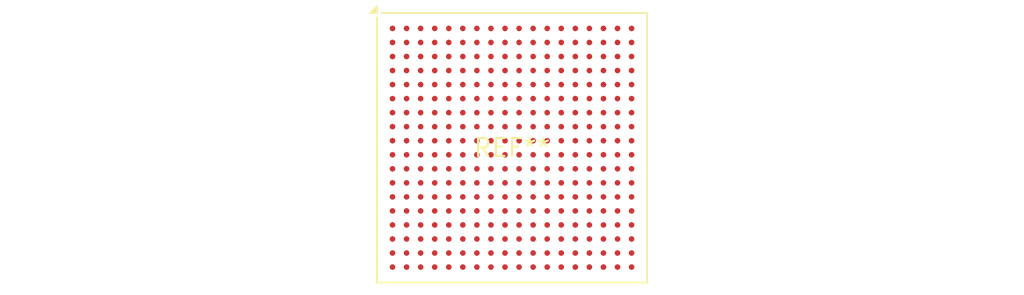
<source format=kicad_pcb>
(kicad_pcb (version 20240108) (generator pcbnew)
  (layers (0 "F.Cu" signal) (31 "B.Cu" signal) (34 "B.Paste" user) (35 "F.Paste" user) (36 "B.SilkS" user "B.Silkscreen") (37 "F.SilkS" user "F.Silkscreen") (38 "B.Mask" user) (39 "F.Mask" user) (44 "Edge.Cuts" user))
  (net 0 "")
  (footprint "BGA-324_19.0x19.0mm_Layout18x18_P1.0mm_Ball0.5mm_Pad0.4mm_NSMD" (layer "F.Cu") (at 0 0)
    (property "Reference" "REF**")
    (property "Value" "BGA-324_19.0x19.0mm_Layout18x18_P1.0mm_Ball0.5mm_Pad0.4mm_NSMD")
    (fp_line (start -9.6 -9.28) (end -9.6 9.6) (layer "F.SilkS") (stroke (width 0.12)))
    (fp_line (start -9.6 9.6) (end 9.6 9.6) (layer "F.SilkS") (stroke (width 0.12)))
    (fp_line (start -9.28 -9.6) (end 9.6 -9.6) (layer "F.SilkS") (stroke (width 0.12)))
    (fp_line (start 9.6 9.6) (end 9.6 -9.6) (layer "F.SilkS") (stroke (width 0.12)))
    (fp_poly (pts (xy -9.6 -9.6) (xy -10.1 -9.6) (xy -9.6 -10.1) (xy -9.6 -9.6)) (layer "F.SilkS") (stroke (width 0.12)) (fill solid))
    (pad "A1" smd circle (at -8.5 -8.5) (size 0.4 0.4) (property pad_prop_bga) (layers "F.Cu" "F.Paste" "F.Mask"))
    (pad "A2" smd circle (at -7.5 -8.5) (size 0.4 0.4) (property pad_prop_bga) (layers "F.Cu" "F.Paste" "F.Mask"))
    (pad "A3" smd circle (at -6.5 -8.5) (size 0.4 0.4) (property pad_prop_bga) (layers "F.Cu" "F.Paste" "F.Mask"))
    (pad "A4" smd circle (at -5.5 -8.5) (size 0.4 0.4) (property pad_prop_bga) (layers "F.Cu" "F.Paste" "F.Mask"))
    (pad "A5" smd circle (at -4.5 -8.5) (size 0.4 0.4) (property pad_prop_bga) (layers "F.Cu" "F.Paste" "F.Mask"))
    (pad "A6" smd circle (at -3.5 -8.5) (size 0.4 0.4) (property pad_prop_bga) (layers "F.Cu" "F.Paste" "F.Mask"))
    (pad "A7" smd circle (at -2.5 -8.5) (size 0.4 0.4) (property pad_prop_bga) (layers "F.Cu" "F.Paste" "F.Mask"))
    (pad "A8" smd circle (at -1.5 -8.5) (size 0.4 0.4) (property pad_prop_bga) (layers "F.Cu" "F.Paste" "F.Mask"))
    (pad "A9" smd circle (at -0.5 -8.5) (size 0.4 0.4) (property pad_prop_bga) (layers "F.Cu" "F.Paste" "F.Mask"))
    (pad "A10" smd circle (at 0.5 -8.5) (size 0.4 0.4) (property pad_prop_bga) (layers "F.Cu" "F.Paste" "F.Mask"))
    (pad "A11" smd circle (at 1.5 -8.5) (size 0.4 0.4) (property pad_prop_bga) (layers "F.Cu" "F.Paste" "F.Mask"))
    (pad "A12" smd circle (at 2.5 -8.5) (size 0.4 0.4) (property pad_prop_bga) (layers "F.Cu" "F.Paste" "F.Mask"))
    (pad "A13" smd circle (at 3.5 -8.5) (size 0.4 0.4) (property pad_prop_bga) (layers "F.Cu" "F.Paste" "F.Mask"))
    (pad "A14" smd circle (at 4.5 -8.5) (size 0.4 0.4) (property pad_prop_bga) (layers "F.Cu" "F.Paste" "F.Mask"))
    (pad "A15" smd circle (at 5.5 -8.5) (size 0.4 0.4) (property pad_prop_bga) (layers "F.Cu" "F.Paste" "F.Mask"))
    (pad "A16" smd circle (at 6.5 -8.5) (size 0.4 0.4) (property pad_prop_bga) (layers "F.Cu" "F.Paste" "F.Mask"))
    (pad "A17" smd circle (at 7.5 -8.5) (size 0.4 0.4) (property pad_prop_bga) (layers "F.Cu" "F.Paste" "F.Mask"))
    (pad "A18" smd circle (at 8.5 -8.5) (size 0.4 0.4) (property pad_prop_bga) (layers "F.Cu" "F.Paste" "F.Mask"))
    (pad "B1" smd circle (at -8.5 -7.5) (size 0.4 0.4) (property pad_prop_bga) (layers "F.Cu" "F.Paste" "F.Mask"))
    (pad "B2" smd circle (at -7.5 -7.5) (size 0.4 0.4) (property pad_prop_bga) (layers "F.Cu" "F.Paste" "F.Mask"))
    (pad "B3" smd circle (at -6.5 -7.5) (size 0.4 0.4) (property pad_prop_bga) (layers "F.Cu" "F.Paste" "F.Mask"))
    (pad "B4" smd circle (at -5.5 -7.5) (size 0.4 0.4) (property pad_prop_bga) (layers "F.Cu" "F.Paste" "F.Mask"))
    (pad "B5" smd circle (at -4.5 -7.5) (size 0.4 0.4) (property pad_prop_bga) (layers "F.Cu" "F.Paste" "F.Mask"))
    (pad "B6" smd circle (at -3.5 -7.5) (size 0.4 0.4) (property pad_prop_bga) (layers "F.Cu" "F.Paste" "F.Mask"))
    (pad "B7" smd circle (at -2.5 -7.5) (size 0.4 0.4) (property pad_prop_bga) (layers "F.Cu" "F.Paste" "F.Mask"))
    (pad "B8" smd circle (at -1.5 -7.5) (size 0.4 0.4) (property pad_prop_bga) (layers "F.Cu" "F.Paste" "F.Mask"))
    (pad "B9" smd circle (at -0.5 -7.5) (size 0.4 0.4) (property pad_prop_bga) (layers "F.Cu" "F.Paste" "F.Mask"))
    (pad "B10" smd circle (at 0.5 -7.5) (size 0.4 0.4) (property pad_prop_bga) (layers "F.Cu" "F.Paste" "F.Mask"))
    (pad "B11" smd circle (at 1.5 -7.5) (size 0.4 0.4) (property pad_prop_bga) (layers "F.Cu" "F.Paste" "F.Mask"))
    (pad "B12" smd circle (at 2.5 -7.5) (size 0.4 0.4) (property pad_prop_bga) (layers "F.Cu" "F.Paste" "F.Mask"))
    (pad "B13" smd circle (at 3.5 -7.5) (size 0.4 0.4) (property pad_prop_bga) (layers "F.Cu" "F.Paste" "F.Mask"))
    (pad "B14" smd circle (at 4.5 -7.5) (size 0.4 0.4) (property pad_prop_bga) (layers "F.Cu" "F.Paste" "F.Mask"))
    (pad "B15" smd circle (at 5.5 -7.5) (size 0.4 0.4) (property pad_prop_bga) (layers "F.Cu" "F.Paste" "F.Mask"))
    (pad "B16" smd circle (at 6.5 -7.5) (size 0.4 0.4) (property pad_prop_bga) (layers "F.Cu" "F.Paste" "F.Mask"))
    (pad "B17" smd circle (at 7.5 -7.5) (size 0.4 0.4) (property pad_prop_bga) (layers "F.Cu" "F.Paste" "F.Mask"))
    (pad "B18" smd circle (at 8.5 -7.5) (size 0.4 0.4) (property pad_prop_bga) (layers "F.Cu" "F.Paste" "F.Mask"))
    (pad "C1" smd circle (at -8.5 -6.5) (size 0.4 0.4) (property pad_prop_bga) (layers "F.Cu" "F.Paste" "F.Mask"))
    (pad "C2" smd circle (at -7.5 -6.5) (size 0.4 0.4) (property pad_prop_bga) (layers "F.Cu" "F.Paste" "F.Mask"))
    (pad "C3" smd circle (at -6.5 -6.5) (size 0.4 0.4) (property pad_prop_bga) (layers "F.Cu" "F.Paste" "F.Mask"))
    (pad "C4" smd circle (at -5.5 -6.5) (size 0.4 0.4) (property pad_prop_bga) (layers "F.Cu" "F.Paste" "F.Mask"))
    (pad "C5" smd circle (at -4.5 -6.5) (size 0.4 0.4) (property pad_prop_bga) (layers "F.Cu" "F.Paste" "F.Mask"))
    (pad "C6" smd circle (at -3.5 -6.5) (size 0.4 0.4) (property pad_prop_bga) (layers "F.Cu" "F.Paste" "F.Mask"))
    (pad "C7" smd circle (at -2.5 -6.5) (size 0.4 0.4) (property pad_prop_bga) (layers "F.Cu" "F.Paste" "F.Mask"))
    (pad "C8" smd circle (at -1.5 -6.5) (size 0.4 0.4) (property pad_prop_bga) (layers "F.Cu" "F.Paste" "F.Mask"))
    (pad "C9" smd circle (at -0.5 -6.5) (size 0.4 0.4) (property pad_prop_bga) (layers "F.Cu" "F.Paste" "F.Mask"))
    (pad "C10" smd circle (at 0.5 -6.5) (size 0.4 0.4) (property pad_prop_bga) (layers "F.Cu" "F.Paste" "F.Mask"))
    (pad "C11" smd circle (at 1.5 -6.5) (size 0.4 0.4) (property pad_prop_bga) (layers "F.Cu" "F.Paste" "F.Mask"))
    (pad "C12" smd circle (at 2.5 -6.5) (size 0.4 0.4) (property pad_prop_bga) (layers "F.Cu" "F.Paste" "F.Mask"))
    (pad "C13" smd circle (at 3.5 -6.5) (size 0.4 0.4) (property pad_prop_bga) (layers "F.Cu" "F.Paste" "F.Mask"))
    (pad "C14" smd circle (at 4.5 -6.5) (size 0.4 0.4) (property pad_prop_bga) (layers "F.Cu" "F.Paste" "F.Mask"))
    (pad "C15" smd circle (at 5.5 -6.5) (size 0.4 0.4) (property pad_prop_bga) (layers "F.Cu" "F.Paste" "F.Mask"))
    (pad "C16" smd circle (at 6.5 -6.5) (size 0.4 0.4) (property pad_prop_bga) (layers "F.Cu" "F.Paste" "F.Mask"))
    (pad "C17" smd circle (at 7.5 -6.5) (size 0.4 0.4) (property pad_prop_bga) (layers "F.Cu" "F.Paste" "F.Mask"))
    (pad "C18" smd circle (at 8.5 -6.5) (size 0.4 0.4) (property pad_prop_bga) (layers "F.Cu" "F.Paste" "F.Mask"))
    (pad "D1" smd circle (at -8.5 -5.5) (size 0.4 0.4) (property pad_prop_bga) (layers "F.Cu" "F.Paste" "F.Mask"))
    (pad "D2" smd circle (at -7.5 -5.5) (size 0.4 0.4) (property pad_prop_bga) (layers "F.Cu" "F.Paste" "F.Mask"))
    (pad "D3" smd circle (at -6.5 -5.5) (size 0.4 0.4) (property pad_prop_bga) (layers "F.Cu" "F.Paste" "F.Mask"))
    (pad "D4" smd circle (at -5.5 -5.5) (size 0.4 0.4) (property pad_prop_bga) (layers "F.Cu" "F.Paste" "F.Mask"))
    (pad "D5" smd circle (at -4.5 -5.5) (size 0.4 0.4) (property pad_prop_bga) (layers "F.Cu" "F.Paste" "F.Mask"))
    (pad "D6" smd circle (at -3.5 -5.5) (size 0.4 0.4) (property pad_prop_bga) (layers "F.Cu" "F.Paste" "F.Mask"))
    (pad "D7" smd circle (at -2.5 -5.5) (size 0.4 0.4) (property pad_prop_bga) (layers "F.Cu" "F.Paste" "F.Mask"))
    (pad "D8" smd circle (at -1.5 -5.5) (size 0.4 0.4) (property pad_prop_bga) (layers "F.Cu" "F.Paste" "F.Mask"))
    (pad "D9" smd circle (at -0.5 -5.5) (size 0.4 0.4) (property pad_prop_bga) (layers "F.Cu" "F.Paste" "F.Mask"))
    (pad "D10" smd circle (at 0.5 -5.5) (size 0.4 0.4) (property pad_prop_bga) (layers "F.Cu" "F.Paste" "F.Mask"))
    (pad "D11" smd circle (at 1.5 -5.5) (size 0.4 0.4) (property pad_prop_bga) (layers "F.Cu" "F.Paste" "F.Mask"))
    (pad "D12" smd circle (at 2.5 -5.5) (size 0.4 0.4) (property pad_prop_bga) (layers "F.Cu" "F.Paste" "F.Mask"))
    (pad "D13" smd circle (at 3.5 -5.5) (size 0.4 0.4) (property pad_prop_bga) (layers "F.Cu" "F.Paste" "F.Mask"))
    (pad "D14" smd circle (at 4.5 -5.5) (size 0.4 0.4) (property pad_prop_bga) (layers "F.Cu" "F.Paste" "F.Mask"))
    (pad "D15" smd circle (at 5.5 -5.5) (size 0.4 0.4) (property pad_prop_bga) (layers "F.Cu" "F.Paste" "F.Mask"))
    (pad "D16" smd circle (at 6.5 -5.5) (size 0.4 0.4) (property pad_prop_bga) (layers "F.Cu" "F.Paste" "F.Mask"))
    (pad "D17" smd circle (at 7.5 -5.5) (size 0.4 0.4) (property pad_prop_bga) (layers "F.Cu" "F.Paste" "F.Mask"))
    (pad "D18" smd circle (at 8.5 -5.5) (size 0.4 0.4) (property pad_prop_bga) (layers "F.Cu" "F.Paste" "F.Mask"))
    (pad "E1" smd circle (at -8.5 -4.5) (size 0.4 0.4) (property pad_prop_bga) (layers "F.Cu" "F.Paste" "F.Mask"))
    (pad "E2" smd circle (at -7.5 -4.5) (size 0.4 0.4) (property pad_prop_bga) (layers "F.Cu" "F.Paste" "F.Mask"))
    (pad "E3" smd circle (at -6.5 -4.5) (size 0.4 0.4) (property pad_prop_bga) (layers "F.Cu" "F.Paste" "F.Mask"))
    (pad "E4" smd circle (at -5.5 -4.5) (size 0.4 0.4) (property pad_prop_bga) (layers "F.Cu" "F.Paste" "F.Mask"))
    (pad "E5" smd circle (at -4.5 -4.5) (size 0.4 0.4) (property pad_prop_bga) (layers "F.Cu" "F.Paste" "F.Mask"))
    (pad "E6" smd circle (at -3.5 -4.5) (size 0.4 0.4) (property pad_prop_bga) (layers "F.Cu" "F.Paste" "F.Mask"))
    (pad "E7" smd circle (at -2.5 -4.5) (size 0.4 0.4) (property pad_prop_bga) (layers "F.Cu" "F.Paste" "F.Mask"))
    (pad "E8" smd circle (at -1.5 -4.5) (size 0.4 0.4) (property pad_prop_bga) (layers "F.Cu" "F.Paste" "F.Mask"))
    (pad "E9" smd circle (at -0.5 -4.5) (size 0.4 0.4) (property pad_prop_bga) (layers "F.Cu" "F.Paste" "F.Mask"))
    (pad "E10" smd circle (at 0.5 -4.5) (size 0.4 0.4) (property pad_prop_bga) (layers "F.Cu" "F.Paste" "F.Mask"))
    (pad "E11" smd circle (at 1.5 -4.5) (size 0.4 0.4) (property pad_prop_bga) (layers "F.Cu" "F.Paste" "F.Mask"))
    (pad "E12" smd circle (at 2.5 -4.5) (size 0.4 0.4) (property pad_prop_bga) (layers "F.Cu" "F.Paste" "F.Mask"))
    (pad "E13" smd circle (at 3.5 -4.5) (size 0.4 0.4) (property pad_prop_bga) (layers "F.Cu" "F.Paste" "F.Mask"))
    (pad "E14" smd circle (at 4.5 -4.5) (size 0.4 0.4) (property pad_prop_bga) (layers "F.Cu" "F.Paste" "F.Mask"))
    (pad "E15" smd circle (at 5.5 -4.5) (size 0.4 0.4) (property pad_prop_bga) (layers "F.Cu" "F.Paste" "F.Mask"))
    (pad "E16" smd circle (at 6.5 -4.5) (size 0.4 0.4) (property pad_prop_bga) (layers "F.Cu" "F.Paste" "F.Mask"))
    (pad "E17" smd circle (at 7.5 -4.5) (size 0.4 0.4) (property pad_prop_bga) (layers "F.Cu" "F.Paste" "F.Mask"))
    (pad "E18" smd circle (at 8.5 -4.5) (size 0.4 0.4) (property pad_prop_bga) (layers "F.Cu" "F.Paste" "F.Mask"))
    (pad "F1" smd circle (at -8.5 -3.5) (size 0.4 0.4) (property pad_prop_bga) (layers "F.Cu" "F.Paste" "F.Mask"))
    (pad "F2" smd circle (at -7.5 -3.5) (size 0.4 0.4) (property pad_prop_bga) (layers "F.Cu" "F.Paste" "F.Mask"))
    (pad "F3" smd circle (at -6.5 -3.5) (size 0.4 0.4) (property pad_prop_bga) (layers "F.Cu" "F.Paste" "F.Mask"))
    (pad "F4" smd circle (at -5.5 -3.5) (size 0.4 0.4) (property pad_prop_bga) (layers "F.Cu" "F.Paste" "F.Mask"))
    (pad "F5" smd circle (at -4.5 -3.5) (size 0.4 0.4) (property pad_prop_bga) (layers "F.Cu" "F.Paste" "F.Mask"))
    (pad "F6" smd circle (at -3.5 -3.5) (size 0.4 0.4) (property pad_prop_bga) (layers "F.Cu" "F.Paste" "F.Mask"))
    (pad "F7" smd circle (at -2.5 -3.5) (size 0.4 0.4) (property pad_prop_bga) (layers "F.Cu" "F.Paste" "F.Mask"))
    (pad "F8" smd circle (at -1.5 -3.5) (size 0.4 0.4) (property pad_prop_bga) (layers "F.Cu" "F.Paste" "F.Mask"))
    (pad "F9" smd circle (at -0.5 -3.5) (size 0.4 0.4) (property pad_prop_bga) (layers "F.Cu" "F.Paste" "F.Mask"))
    (pad "F10" smd circle (at 0.5 -3.5) (size 0.4 0.4) (property pad_prop_bga) (layers "F.Cu" "F.Paste" "F.Mask"))
    (pad "F11" smd circle (at 1.5 -3.5) (size 0.4 0.4) (property pad_prop_bga) (layers "F.Cu" "F.Paste" "F.Mask"))
    (pad "F12" smd circle (at 2.5 -3.5) (size 0.4 0.4) (property pad_prop_bga) (layers "F.Cu" "F.Paste" "F.Mask"))
    (pad "F13" smd circle (at 3.5 -3.5) (size 0.4 0.4) (property pad_prop_bga) (layers "F.Cu" "F.Paste" "F.Mask"))
    (pad "F14" smd circle (at 4.5 -3.5) (size 0.4 0.4) (property pad_prop_bga) (layers "F.Cu" "F.Paste" "F.Mask"))
    (pad "F15" smd circle (at 5.5 -3.5) (size 0.4 0.4) (property pad_prop_bga) (layers "F.Cu" "F.Paste" "F.Mask"))
    (pad "F16" smd circle (at 6.5 -3.5) (size 0.4 0.4) (property pad_prop_bga) (layers "F.Cu" "F.Paste" "F.Mask"))
    (pad "F17" smd circle (at 7.5 -3.5) (size 0.4 0.4) (property pad_prop_bga) (layers "F.Cu" "F.Paste" "F.Mask"))
    (pad "F18" smd circle (at 8.5 -3.5) (size 0.4 0.4) (property pad_prop_bga) (layers "F.Cu" "F.Paste" "F.Mask"))
    (pad "G1" smd circle (at -8.5 -2.5) (size 0.4 0.4) (property pad_prop_bga) (layers "F.Cu" "F.Paste" "F.Mask"))
    (pad "G2" smd circle (at -7.5 -2.5) (size 0.4 0.4) (property pad_prop_bga) (layers "F.Cu" "F.Paste" "F.Mask"))
    (pad "G3" smd circle (at -6.5 -2.5) (size 0.4 0.4) (property pad_prop_bga) (layers "F.Cu" "F.Paste" "F.Mask"))
    (pad "G4" smd circle (at -5.5 -2.5) (size 0.4 0.4) (property pad_prop_bga) (layers "F.Cu" "F.Paste" "F.Mask"))
    (pad "G5" smd circle (at -4.5 -2.5) (size 0.4 0.4) (property pad_prop_bga) (layers "F.Cu" "F.Paste" "F.Mask"))
    (pad "G6" smd circle (at -3.5 -2.5) (size 0.4 0.4) (property pad_prop_bga) (layers "F.Cu" "F.Paste" "F.Mask"))
    (pad "G7" smd circle (at -2.5 -2.5) (size 0.4 0.4) (property pad_prop_bga) (layers "F.Cu" "F.Paste" "F.Mask"))
    (pad "G8" smd circle (at -1.5 -2.5) (size 0.4 0.4) (property pad_prop_bga) (layers "F.Cu" "F.Paste" "F.Mask"))
    (pad "G9" smd circle (at -0.5 -2.5) (size 0.4 0.4) (property pad_prop_bga) (layers "F.Cu" "F.Paste" "F.Mask"))
    (pad "G10" smd circle (at 0.5 -2.5) (size 0.4 0.4) (property pad_prop_bga) (layers "F.Cu" "F.Paste" "F.Mask"))
    (pad "G11" smd circle (at 1.5 -2.5) (size 0.4 0.4) (property pad_prop_bga) (layers "F.Cu" "F.Paste" "F.Mask"))
    (pad "G12" smd circle (at 2.5 -2.5) (size 0.4 0.4) (property pad_prop_bga) (layers "F.Cu" "F.Paste" "F.Mask"))
    (pad "G13" smd circle (at 3.5 -2.5) (size 0.4 0.4) (property pad_prop_bga) (layers "F.Cu" "F.Paste" "F.Mask"))
    (pad "G14" smd circle (at 4.5 -2.5) (size 0.4 0.4) (property pad_prop_bga) (layers "F.Cu" "F.Paste" "F.Mask"))
    (pad "G15" smd circle (at 5.5 -2.5) (size 0.4 0.4) (property pad_prop_bga) (layers "F.Cu" "F.Paste" "F.Mask"))
    (pad "G16" smd circle (at 6.5 -2.5) (size 0.4 0.4) (property pad_prop_bga) (layers "F.Cu" "F.Paste" "F.Mask"))
    (pad "G17" smd circle (at 7.5 -2.5) (size 0.4 0.4) (property pad_prop_bga) (layers "F.Cu" "F.Paste" "F.Mask"))
    (pad "G18" smd circle (at 8.5 -2.5) (size 0.4 0.4) (property pad_prop_bga) (layers "F.Cu" "F.Paste" "F.Mask"))
    (pad "H1" smd circle (at -8.5 -1.5) (size 0.4 0.4) (property pad_prop_bga) (layers "F.Cu" "F.Paste" "F.Mask"))
    (pad "H2" smd circle (at -7.5 -1.5) (size 0.4 0.4) (property pad_prop_bga) (layers "F.Cu" "F.Paste" "F.Mask"))
    (pad "H3" smd circle (at -6.5 -1.5) (size 0.4 0.4) (property pad_prop_bga) (layers "F.Cu" "F.Paste" "F.Mask"))
    (pad "H4" smd circle (at -5.5 -1.5) (size 0.4 0.4) (property pad_prop_bga) (layers "F.Cu" "F.Paste" "F.Mask"))
    (pad "H5" smd circle (at -4.5 -1.5) (size 0.4 0.4) (property pad_prop_bga) (layers "F.Cu" "F.Paste" "F.Mask"))
    (pad "H6" smd circle (at -3.5 -1.5) (size 0.4 0.4) (property pad_prop_bga) (layers "F.Cu" "F.Paste" "F.Mask"))
    (pad "H7" smd circle (at -2.5 -1.5) (size 0.4 0.4) (property pad_prop_bga) (layers "F.Cu" "F.Paste" "F.Mask"))
    (pad "H8" smd circle (at -1.5 -1.5) (size 0.4 0.4) (property pad_prop_bga) (layers "F.Cu" "F.Paste" "F.Mask"))
    (pad "H9" smd circle (at -0.5 -1.5) (size 0.4 0.4) (property pad_prop_bga) (layers "F.Cu" "F.Paste" "F.Mask"))
    (pad "H10" smd circle (at 0.5 -1.5) (size 0.4 0.4) (property pad_prop_bga) (layers "F.Cu" "F.Paste" "F.Mask"))
    (pad "H11" smd circle (at 1.5 -1.5) (size 0.4 0.4) (property pad_prop_bga) (layers "F.Cu" "F.Paste" "F.Mask"))
    (pad "H12" smd circle (at 2.5 -1.5) (size 0.4 0.4) (property pad_prop_bga) (layers "F.Cu" "F.Paste" "F.Mask"))
    (pad "H13" smd circle (at 3.5 -1.5) (size 0.4 0.4) (property pad_prop_bga) (layers "F.Cu" "F.Paste" "F.Mask"))
    (pad "H14" smd circle (at 4.5 -1.5) (size 0.4 0.4) (property pad_prop_bga) (layers "F.Cu" "F.Paste" "F.Mask"))
    (pad "H15" smd circle (at 5.5 -1.5) (size 0.4 0.4) (property pad_prop_bga) (layers "F.Cu" "F.Paste" "F.Mask"))
    (pad "H16" smd circle (at 6.5 -1.5) (size 0.4 0.4) (property pad_prop_bga) (layers "F.Cu" "F.Paste" "F.Mask"))
    (pad "H17" smd circle (at 7.5 -1.5) (size 0.4 0.4) (property pad_prop_bga) (layers "F.Cu" "F.Paste" "F.Mask"))
    (pad "H18" smd circle (at 8.5 -1.5) (size 0.4 0.4) (property pad_prop_bga) (layers "F.Cu" "F.Paste" "F.Mask"))
    (pad "J1" smd circle (at -8.5 -0.5) (size 0.4 0.4) (property pad_prop_bga) (layers "F.Cu" "F.Paste" "F.Mask"))
    (pad "J2" smd circle (at -7.5 -0.5) (size 0.4 0.4) (property pad_prop_bga) (layers "F.Cu" "F.Paste" "F.Mask"))
    (pad "J3" smd circle (at -6.5 -0.5) (size 0.4 0.4) (property pad_prop_bga) (layers "F.Cu" "F.Paste" "F.Mask"))
    (pad "J4" smd circle (at -5.5 -0.5) (size 0.4 0.4) (property pad_prop_bga) (layers "F.Cu" "F.Paste" "F.Mask"))
    (pad "J5" smd circle (at -4.5 -0.5) (size 0.4 0.4) (property pad_prop_bga) (layers "F.Cu" "F.Paste" "F.Mask"))
    (pad "J6" smd circle (at -3.5 -0.5) (size 0.4 0.4) (property pad_prop_bga) (layers "F.Cu" "F.Paste" "F.Mask"))
    (pad "J7" smd circle (at -2.5 -0.5) (size 0.4 0.4) (property pad_prop_bga) (layers "F.Cu" "F.Paste" "F.Mask"))
    (pad "J8" smd circle (at -1.5 -0.5) (size 0.4 0.4) (property pad_prop_bga) (layers "F.Cu" "F.Paste" "F.Mask"))
    (pad "J9" smd circle (at -0.5 -0.5) (size 0.4 0.4) (property pad_prop_bga) (layers "F.Cu" "F.Paste" "F.Mask"))
    (pad "J10" smd circle (at 0.5 -0.5) (size 0.4 0.4) (property pad_prop_bga) (layers "F.Cu" "F.Paste" "F.Mask"))
    (pad "J11" smd circle (at 1.5 -0.5) (size 0.4 0.4) (property pad_prop_bga) (layers "F.Cu" "F.Paste" "F.Mask"))
    (pad "J12" smd circle (at 2.5 -0.5) (size 0.4 0.4) (property pad_prop_bga) (layers "F.Cu" "F.Paste" "F.Mask"))
    (pad "J13" smd circle (at 3.5 -0.5) (size 0.4 0.4) (property pad_prop_bga) (layers "F.Cu" "F.Paste" "F.Mask"))
    (pad "J14" smd circle (at 4.5 -0.5) (size 0.4 0.4) (property pad_prop_bga) (layers "F.Cu" "F.Paste" "F.Mask"))
    (pad "J15" smd circle (at 5.5 -0.5) (size 0.4 0.4) (property pad_prop_bga) (layers "F.Cu" "F.Paste" "F.Mask"))
    (pad "J16" smd circle (at 6.5 -0.5) (size 0.4 0.4) (property pad_prop_bga) (layers "F.Cu" "F.Paste" "F.Mask"))
    (pad "J17" smd circle (at 7.5 -0.5) (size 0.4 0.4) (property pad_prop_bga) (layers "F.Cu" "F.Paste" "F.Mask"))
    (pad "J18" smd circle (at 8.5 -0.5) (size 0.4 0.4) (property pad_prop_bga) (layers "F.Cu" "F.Paste" "F.Mask"))
    (pad "K1" smd circle (at -8.5 0.5) (size 0.4 0.4) (property pad_prop_bga) (layers "F.Cu" "F.Paste" "F.Mask"))
    (pad "K2" smd circle (at -7.5 0.5) (size 0.4 0.4) (property pad_prop_bga) (layers "F.Cu" "F.Paste" "F.Mask"))
    (pad "K3" smd circle (at -6.5 0.5) (size 0.4 0.4) (property pad_prop_bga) (layers "F.Cu" "F.Paste" "F.Mask"))
    (pad "K4" smd circle (at -5.5 0.5) (size 0.4 0.4) (property pad_prop_bga) (layers "F.Cu" "F.Paste" "F.Mask"))
    (pad "K5" smd circle (at -4.5 0.5) (size 0.4 0.4) (property pad_prop_bga) (layers "F.Cu" "F.Paste" "F.Mask"))
    (pad "K6" smd circle (at -3.5 0.5) (size 0.4 0.4) (property pad_prop_bga) (layers "F.Cu" "F.Paste" "F.Mask"))
    (pad "K7" smd circle (at -2.5 0.5) (size 0.4 0.4) (property pad_prop_bga) (layers "F.Cu" "F.Paste" "F.Mask"))
    (pad "K8" smd circle (at -1.5 0.5) (size 0.4 0.4) (property pad_prop_bga) (layers "F.Cu" "F.Paste" "F.Mask"))
    (pad "K9" smd circle (at -0.5 0.5) (size 0.4 0.4) (property pad_prop_bga) (layers "F.Cu" "F.Paste" "F.Mask"))
    (pad "K10" smd circle (at 0.5 0.5) (size 0.4 0.4) (property pad_prop_bga) (layers "F.Cu" "F.Paste" "F.Mask"))
    (pad "K11" smd circle (at 1.5 0.5) (size 0.4 0.4) (property pad_prop_bga) (layers "F.Cu" "F.Paste" "F.Mask"))
    (pad "K12" smd circle (at 2.5 0.5) (size 0.4 0.4) (property pad_prop_bga) (layers "F.Cu" "F.Paste" "F.Mask"))
    (pad "K13" smd circle (at 3.5 0.5) (size 0.4 0.4) (property pad_prop_bga) (layers "F.Cu" "F.Paste" "F.Mask"))
    (pad "K14" smd circle (at 4.5 0.5) (size 0.4 0.4) (property pad_prop_bga) (layers "F.Cu" "F.Paste" "F.Mask"))
    (pad "K15" smd circle (at 5.5 0.5) (size 0.4 0.4) (property pad_prop_bga) (layers "F.Cu" "F.Paste" "F.Mask"))
    (pad "K16" smd circle (at 6.5 0.5) (size 0.4 0.4) (property pad_prop_bga) (layers "F.Cu" "F.Paste" "F.Mask"))
    (pad "K17" smd circle (at 7.5 0.5) (size 0.4 0.4) (property pad_prop_bga) (layers "F.Cu" "F.Paste" "F.Mask"))
    (pad "K18" smd circle (at 8.5 0.5) (size 0.4 0.4) (property pad_prop_bga) (layers "F.Cu" "F.Paste" "F.Mask"))
    (pad "L1" smd circle (at -8.5 1.5) (size 0.4 0.4) (property pad_prop_bga) (layers "F.Cu" "F.Paste" "F.Mask"))
    (pad "L2" smd circle (at -7.5 1.5) (size 0.4 0.4) (property pad_prop_bga) (layers "F.Cu" "F.Paste" "F.Mask"))
    (pad "L3" smd circle (at -6.5 1.5) (size 0.4 0.4) (property pad_prop_bga) (layers "F.Cu" "F.Paste" "F.Mask"))
    (pad "L4" smd circle (at -5.5 1.5) (size 0.4 0.4) (property pad_prop_bga) (layers "F.Cu" "F.Paste" "F.Mask"))
    (pad "L5" smd circle (at -4.5 1.5) (size 0.4 0.4) (property pad_prop_bga) (layers "F.Cu" "F.Paste" "F.Mask"))
    (pad "L6" smd circle (at -3.5 1.5) (size 0.4 0.4) (property pad_prop_bga) (layers "F.Cu" "F.Paste" "F.Mask"))
    (pad "L7" smd circle (at -2.5 1.5) (size 0.4 0.4) (property pad_prop_bga) (layers "F.Cu" "F.Paste" "F.Mask"))
    (pad "L8" smd circle (at -1.5 1.5) (size 0.4 0.4) (property pad_prop_bga) (layers "F.Cu" "F.Paste" "F.Mask"))
    (pad "L9" smd circle (at -0.5 1.5) (size 0.4 0.4) (property pad_prop_bga) (layers "F.Cu" "F.Paste" "F.Mask"))
    (pad "L10" smd circle (at 0.5 1.5) (size 0.4 0.4) (property pad_prop_bga) (layers "F.Cu" "F.Paste" "F.Mask"))
    (pad "L11" smd circle (at 1.5 1.5) (size 0.4 0.4) (property pad_prop_bga) (layers "F.Cu" "F.Paste" "F.Mask"))
    (pad "L12" smd circle (at 2.5 1.5) (size 0.4 0.4) (property pad_prop_bga) (layers "F.Cu" "F.Paste" "F.Mask"))
    (pad "L13" smd circle (at 3.5 1.5) (size 0.4 0.4) (property pad_prop_bga) (layers "F.Cu" "F.Paste" "F.Mask"))
    (pad "L14" smd circle (at 4.5 1.5) (size 0.4 0.4) (property pad_prop_bga) (layers "F.Cu" "F.Paste" "F.Mask"))
    (pad "L15" smd circle (at 5.5 1.5) (size 0.4 0.4) (property pad_prop_bga) (layers "F.Cu" "F.Paste" "F.Mask"))
    (pad "L16" smd circle (at 6.5 1.5) (size 0.4 0.4) (property pad_prop_bga) (layers "F.Cu" "F.Paste" "F.Mask"))
    (pad "L17" smd circle (at 7.5 1.5) (size 0.4 0.4) (property pad_prop_bga) (layers "F.Cu" "F.Paste" "F.Mask"))
    (pad "L18" smd circle (at 8.5 1.5) (size 0.4 0.4) (property pad_prop_bga) (layers "F.Cu" "F.Paste" "F.Mask"))
    (pad "M1" smd circle (at -8.5 2.5) (size 0.4 0.4) (property pad_prop_bga) (layers "F.Cu" "F.Paste" "F.Mask"))
    (pad "M2" smd circle (at -7.5 2.5) (size 0.4 0.4) (property pad_prop_bga) (layers "F.Cu" "F.Paste" "F.Mask"))
    (pad "M3" smd circle (at -6.5 2.5) (size 0.4 0.4) (property pad_prop_bga) (layers "F.Cu" "F.Paste" "F.Mask"))
    (pad "M4" smd circle (at -5.5 2.5) (size 0.4 0.4) (property pad_prop_bga) (layers "F.Cu" "F.Paste" "F.Mask"))
    (pad "M5" smd circle (at -4.5 2.5) (size 0.4 0.4) (property pad_prop_bga) (layers "F.Cu" "F.Paste" "F.Mask"))
    (pad "M6" smd circle (at -3.5 2.5) (size 0.4 0.4) (property pad_prop_bga) (layers "F.Cu" "F.Paste" "F.Mask"))
    (pad "M7" smd circle (at -2.5 2.5) (size 0.4 0.4) (property pad_prop_bga) (layers "F.Cu" "F.Paste" "F.Mask"))
    (pad "M8" smd circle (at -1.5 2.5) (size 0.4 0.4) (property pad_prop_bga) (layers "F.Cu" "F.Paste" "F.Mask"))
    (pad "M9" smd circle (at -0.5 2.5) (size 0.4 0.4) (property pad_prop_bga) (layers "F.Cu" "F.Paste" "F.Mask"))
    (pad "M10" smd circle (at 0.5 2.5) (size 0.4 0.4) (property pad_prop_bga) (layers "F.Cu" "F.Paste" "F.Mask"))
    (pad "M11" smd circle (at 1.5 2.5) (size 0.4 0.4) (property pad_prop_bga) (layers "F.Cu" "F.Paste" "F.Mask"))
    (pad "M12" smd circle (at 2.5 2.5) (size 0.4 0.4) (property pad_prop_bga) (layers "F.Cu" "F.Paste" "F.Mask"))
    (pad "M13" smd circle (at 3.5 2.5) (size 0.4 0.4) (property pad_prop_bga) (layers "F.Cu" "F.Paste" "F.Mask"))
    (pad "M14" smd circle (at 4.5 2.5) (size 0.4 0.4) (property pad_prop_bga) (layers "F.Cu" "F.Paste" "F.Mask"))
    (pad "M15" smd circle (at 5.5 2.5) (size 0.4 0.4) (property pad_prop_bga) (layers "F.Cu" "F.Paste" "F.Mask"))
    (pad "M16" smd circle (at 6.5 2.5) (size 0.4 0.4) (property pad_prop_bga) (layers "F.Cu" "F.Paste" "F.Mask"))
    (pad "M17" smd circle (at 7.5 2.5) (size 0.4 0.4) (property pad_prop_bga) (layers "F.Cu" "F.Paste" "F.Mask"))
    (pad "M18" smd circle (at 8.5 2.5) (size 0.4 0.4) (property pad_prop_bga) (layers "F.Cu" "F.Paste" "F.Mask"))
    (pad "N1" smd circle (at -8.5 3.5) (size 0.4 0.4) (property pad_prop_bga) (layers "F.Cu" "F.Paste" "F.Mask"))
    (pad "N2" smd circle (at -7.5 3.5) (size 0.4 0.4) (property pad_prop_bga) (layers "F.Cu" "F.Paste" "F.Mask"))
    (pad "N3" smd circle (at -6.5 3.5) (size 0.4 0.4) (property pad_prop_bga) (layers "F.Cu" "F.Paste" "F.Mask"))
    (pad "N4" smd circle (at -5.5 3.5) (size 0.4 0.4) (property pad_prop_bga) (layers "F.Cu" "F.Paste" "F.Mask"))
    (pad "N5" smd circle (at -4.5 3.5) (size 0.4 0.4) (property pad_prop_bga) (layers "F.Cu" "F.Paste" "F.Mask"))
    (pad "N6" smd circle (at -3.5 3.5) (size 0.4 0.4) (property pad_prop_bga) (layers "F.Cu" "F.Paste" "F.Mask"))
    (pad "N7" smd circle (at -2.5 3.5) (size 0.4 0.4) (property pad_prop_bga) (layers "F.Cu" "F.Paste" "F.Mask"))
    (pad "N8" smd circle (at -1.5 3.5) (size 0.4 0.4) (property pad_prop_bga) (layers "F.Cu" "F.Paste" "F.Mask"))
    (pad "N9" smd circle (at -0.5 3.5) (size 0.4 0.4) (property pad_prop_bga) (layers "F.Cu" "F.Paste" "F.Mask"))
    (pad "N10" smd circle (at 0.5 3.5) (size 0.4 0.4) (property pad_prop_bga) (layers "F.Cu" "F.Paste" "F.Mask"))
    (pad "N11" smd circle (at 1.5 3.5) (size 0.4 0.4) (property pad_prop_bga) (layers "F.Cu" "F.Paste" "F.Mask"))
    (pad "N12" smd circle (at 2.5 3.5) (size 0.4 0.4) (property pad_prop_bga) (layers "F.Cu" "F.Paste" "F.Mask"))
    (pad "N13" smd circle (at 3.5 3.5) (size 0.4 0.4) (property pad_prop_bga) (layers "F.Cu" "F.Paste" "F.Mask"))
    (pad "N14" smd circle (at 4.5 3.5) (size 0.4 0.4) (property pad_prop_bga) (layers "F.Cu" "F.Paste" "F.Mask"))
    (pad "N15" smd circle (at 5.5 3.5) (size 0.4 0.4) (property pad_prop_bga) (layers "F.Cu" "F.Paste" "F.Mask"))
    (pad "N16" smd circle (at 6.5 3.5) (size 0.4 0.4) (property pad_prop_bga) (layers "F.Cu" "F.Paste" "F.Mask"))
    (pad "N17" smd circle (at 7.5 3.5) (size 0.4 0.4) (property pad_prop_bga) (layers "F.Cu" "F.Paste" "F.Mask"))
    (pad "N18" smd circle (at 8.5 3.5) (size 0.4 0.4) (property pad_prop_bga) (layers "F.Cu" "F.Paste" "F.Mask"))
    (pad "P1" smd circle (at -8.5 4.5) (size 0.4 0.4) (property pad_prop_bga) (layers "F.Cu" "F.Paste" "F.Mask"))
    (pad "P2" smd circle (at -7.5 4.5) (size 0.4 0.4) (property pad_prop_bga) (layers "F.Cu" "F.Paste" "F.Mask"))
    (pad "P3" smd circle (at -6.5 4.5) (size 0.4 0.4) (property pad_prop_bga) (layers "F.Cu" "F.Paste" "F.Mask"))
    (pad "P4" smd circle (at -5.5 4.5) (size 0.4 0.4) (property pad_prop_bga) (layers "F.Cu" "F.Paste" "F.Mask"))
    (pad "P5" smd circle (at -4.5 4.5) (size 0.4 0.4) (property pad_prop_bga) (layers "F.Cu" "F.Paste" "F.Mask"))
    (pad "P6" smd circle (at -3.5 4.5) (size 0.4 0.4) (property pad_prop_bga) (layers "F.Cu" "F.Paste" "F.Mask"))
    (pad "P7" smd circle (at -2.5 4.5) (size 0.4 0.4) (property pad_prop_bga) (layers "F.Cu" "F.Paste" "F.Mask"))
    (pad "P8" smd circle (at -1.5 4.5) (size 0.4 0.4) (property pad_prop_bga) (layers "F.Cu" "F.Paste" "F.Mask"))
    (pad "P9" smd circle (at -0.5 4.5) (size 0.4 0.4) (property pad_prop_bga) (layers "F.Cu" "F.Paste" "F.Mask"))
    (pad "P10" smd circle (at 0.5 4.5) (size 0.4 0.4) (property pad_prop_bga) (layers "F.Cu" "F.Paste" "F.Mask"))
    (pad "P11" smd circle (at 1.5 4.5) (size 0.4 0.4) (property pad_prop_bga) (layers "F.Cu" "F.Paste" "F.Mask"))
    (pad "P12" smd circle (at 2.5 4.5) (size 0.4 0.4) (property pad_prop_bga) (layers "F.Cu" "F.Paste" "F.Mask"))
    (pad "P13" smd circle (at 3.5 4.5) (size 0.4 0.4) (property pad_prop_bga) (layers "F.Cu" "F.Paste" "F.Mask"))
    (pad "P14" smd circle (at 4.5 4.5) (size 0.4 0.4) (property pad_prop_bga) (layers "F.Cu" "F.Paste" "F.Mask"))
    (pad "P15" smd circle (at 5.5 4.5) (size 0.4 0.4) (property pad_prop_bga) (layers "F.Cu" "F.Paste" "F.Mask"))
    (pad "P16" smd circle (at 6.5 4.5) (size 0.4 0.4) (property pad_prop_bga) (layers "F.Cu" "F.Paste" "F.Mask"))
    (pad "P17" smd circle (at 7.5 4.5) (size 0.4 0.4) (property pad_prop_bga) (layers "F.Cu" "F.Paste" "F.Mask"))
    (pad "P18" smd circle (at 8.5 4.5) (size 0.4 0.4) (property pad_prop_bga) (layers "F.Cu" "F.Paste" "F.Mask"))
    (pad "R1" smd circle (at -8.5 5.5) (size 0.4 0.4) (property pad_prop_bga) (layers "F.Cu" "F.Paste" "F.Mask"))
    (pad "R2" smd circle (at -7.5 5.5) (size 0.4 0.4) (property pad_prop_bga) (layers "F.Cu" "F.Paste" "F.Mask"))
    (pad "R3" smd circle (at -6.5 5.5) (size 0.4 0.4) (property pad_prop_bga) (layers "F.Cu" "F.Paste" "F.Mask"))
    (pad "R4" smd circle (at -5.5 5.5) (size 0.4 0.4) (property pad_prop_bga) (layers "F.Cu" "F.Paste" "F.Mask"))
    (pad "R5" smd circle (at -4.5 5.5) (size 0.4 0.4) (property pad_prop_bga) (layers "F.Cu" "F.Paste" "F.Mask"))
    (pad "R6" smd circle (at -3.5 5.5) (size 0.4 0.4) (property pad_prop_bga) (layers "F.Cu" "F.Paste" "F.Mask"))
    (pad "R7" smd circle (at -2.5 5.5) (size 0.4 0.4) (property pad_prop_bga) (layers "F.Cu" "F.Paste" "F.Mask"))
    (pad "R8" smd circle (at -1.5 5.5) (size 0.4 0.4) (property pad_prop_bga) (layers "F.Cu" "F.Paste" "F.Mask"))
    (pad "R9" smd circle (at -0.5 5.5) (size 0.4 0.4) (property pad_prop_bga) (layers "F.Cu" "F.Paste" "F.Mask"))
    (pad "R10" smd circle (at 0.5 5.5) (size 0.4 0.4) (property pad_prop_bga) (layers "F.Cu" "F.Paste" "F.Mask"))
    (pad "R11" smd circle (at 1.5 5.5) (size 0.4 0.4) (property pad_prop_bga) (layers "F.Cu" "F.Paste" "F.Mask"))
    (pad "R12" smd circle (at 2.5 5.5) (size 0.4 0.4) (property pad_prop_bga) (layers "F.Cu" "F.Paste" "F.Mask"))
    (pad "R13" smd circle (at 3.5 5.5) (size 0.4 0.4) (property pad_prop_bga) (layers "F.Cu" "F.Paste" "F.Mask"))
    (pad "R14" smd circle (at 4.5 5.5) (size 0.4 0.4) (property pad_prop_bga) (layers "F.Cu" "F.Paste" "F.Mask"))
    (pad "R15" smd circle (at 5.5 5.5) (size 0.4 0.4) (property pad_prop_bga) (layers "F.Cu" "F.Paste" "F.Mask"))
    (pad "R16" smd circle (at 6.5 5.5) (size 0.4 0.4) (property pad_prop_bga) (layers "F.Cu" "F.Paste" "F.Mask"))
    (pad "R17" smd circle (at 7.5 5.5) (size 0.4 0.4) (property pad_prop_bga) (layers "F.Cu" "F.Paste" "F.Mask"))
    (pad "R18" smd circle (at 8.5 5.5) (size 0.4 0.4) (property pad_prop_bga) (layers "F.Cu" "F.Paste" "F.Mask"))
    (pad "T1" smd circle (at -8.5 6.5) (size 0.4 0.4) (property pad_prop_bga) (layers "F.Cu" "F.Paste" "F.Mask"))
    (pad "T2" smd circle (at -7.5 6.5) (size 0.4 0.4) (property pad_prop_bga) (layers "F.Cu" "F.Paste" "F.Mask"))
    (pad "T3" smd circle (at -6.5 6.5) (size 0.4 0.4) (property pad_prop_bga) (layers "F.Cu" "F.Paste" "F.Mask"))
    (pad "T4" smd circle (at -5.5 6.5) (size 0.4 0.4) (property pad_prop_bga) (layers "F.Cu" "F.Paste" "F.Mask"))
    (pad "T5" smd circle (at -4.5 6.5) (size 0.4 0.4) (property pad_prop_bga) (layers "F.Cu" "F.Paste" "F.Mask"))
    (pad "T6" smd circle (at -3.5 6.5) (size 0.4 0.4) (property pad_prop_bga) (layers "F.Cu" "F.Paste" "F.Mask"))
    (pad "T7" smd circle (at -2.5 6.5) (size 0.4 0.4) (property pad_prop_bga) (layers "F.Cu" "F.Paste" "F.Mask"))
    (pad "T8" smd circle (at -1.5 6.5) (size 0.4 0.4) (property pad_prop_bga) (layers "F.Cu" "F.Paste" "F.Mask"))
    (pad "T9" smd circle (at -0.5 6.5) (size 0.4 0.4) (property pad_prop_bga) (layers "F.Cu" "F.Paste" "F.Mask"))
    (pad "T10" smd circle (at 0.5 6.5) (size 0.4 0.4) (property pad_prop_bga) (layers "F.Cu" "F.Paste" "F.Mask"))
    (pad "T11" smd circle (at 1.5 6.5) (size 0.4 0.4) (property pad_prop_bga) (layers "F.Cu" "F.Paste" "F.Mask"))
    (pad "T12" smd circle (at 2.5 6.5) (size 0.4 0.4) (property pad_prop_bga) (layers "F.Cu" "F.Paste" "F.Mask"))
    (pad "T13" smd circle (at 3.5 6.5) (size 0.4 0.4) (property pad_prop_bga) (layers "F.Cu" "F.Paste" "F.Mask"))
    (pad "T14" smd circle (at 4.5 6.5) (size 0.4 0.4) (property pad_prop_bga) (layers "F.Cu" "F.Paste" "F.Mask"))
    (pad "T15" smd circle (at 5.5 6.5) (size 0.4 0.4) (property pad_prop_bga) (layers "F.Cu" "F.Paste" "F.Mask"))
    (pad "T16" smd circle (at 6.5 6.5) (size 0.4 0.4) (property pad_prop_bga) (layers "F.Cu" "F.Paste" "F.Mask"))
    (pad "T17" smd circle (at 7.5 6.5) (size 0.4 0.4) (property pad_prop_bga) (layers "F.Cu" "F.Paste" "F.Mask"))
    (pad "T18" smd circle (at 8.5 6.5) (size 0.4 0.4) (property pad_prop_bga) (layers "F.Cu" "F.Paste" "F.Mask"))
    (pad "U1" smd circle (at -8.5 7.5) (size 0.4 0.4) (property pad_prop_bga) (layers "F.Cu" "F.Paste" "F.Mask"))
    (pad "U2" smd circle (at -7.5 7.5) (size 0.4 0.4) (property pad_prop_bga) (layers "F.Cu" "F.Paste" "F.Mask"))
    (pad "U3" smd circle (at -6.5 7.5) (size 0.4 0.4) (property pad_prop_bga) (layers "F.Cu" "F.Paste" "F.Mask"))
    (pad "U4" smd circle (at -5.5 7.5) (size 0.4 0.4) (property pad_prop_bga) (layers "F.Cu" "F.Paste" "F.Mask"))
    (pad "U5" smd circle (at -4.5 7.5) (size 0.4 0.4) (property pad_prop_bga) (layers "F.Cu" "F.Paste" "F.Mask"))
    (pad "U6" smd circle (at -3.5 7.5) (size 0.4 0.4) (property pad_prop_bga) (layers "F.Cu" "F.Paste" "F.Mask"))
    (pad "U7" smd circle (at -2.5 7.5) (size 0.4 0.4) (property pad_prop_bga) (layers "F.Cu" "F.Paste" "F.Mask"))
    (pad "U8" smd circle (at -1.5 7.5) (size 0.4 0.4) (property pad_prop_bga) (layers "F.Cu" "F.Paste" "F.Mask"))
    (pad "U9" smd circle (at -0.5 7.5) (size 0.4 0.4) (property pad_prop_bga) (layers "F.Cu" "F.Paste" "F.Mask"))
    (pad "U10" smd circle (at 0.5 7.5) (size 0.4 0.4) (property pad_prop_bga) (layers "F.Cu" "F.Paste" "F.Mask"))
    (pad "U11" smd circle (at 1.5 7.5) (size 0.4 0.4) (property pad_prop_bga) (layers "F.Cu" "F.Paste" "F.Mask"))
    (pad "U12" smd circle (at 2.5 7.5) (size 0.4 0.4) (property pad_prop_bga) (layers "F.Cu" "F.Paste" "F.Mask"))
    (pad "U13" smd circle (at 3.5 7.5) (size 0.4 0.4) (property pad_prop_bga) (layers "F.Cu" "F.Paste" "F.Mask"))
    (pad "U14" smd circle (at 4.5 7.5) (size 0.4 0.4) (property pad_prop_bga) (layers "F.Cu" "F.Paste" "F.Mask"))
    (pad "U15" smd circle (at 5.5 7.5) (size 0.4 0.4) (property pad_prop_bga) (layers "F.Cu" "F.Paste" "F.Mask"))
    (pad "U16" smd circle (at 6.5 7.5) (size 0.4 0.4) (property pad_prop_bga) (layers "F.Cu" "F.Paste" "F.Mask"))
    (pad "U17" smd circle (at 7.5 7.5) (size 0.4 0.4) (property pad_prop_bga) (layers "F.Cu" "F.Paste" "F.Mask"))
    (pad "U18" smd circle (at 8.5 7.5) (size 0.4 0.4) (property pad_prop_bga) (layers "F.Cu" "F.Paste" "F.Mask"))
    (pad "V1" smd circle (at -8.5 8.5) (size 0.4 0.4) (property pad_prop_bga) (layers "F.Cu" "F.Paste" "F.Mask"))
    (pad "V2" smd circle (at -7.5 8.5) (size 0.4 0.4) (property pad_prop_bga) (layers "F.Cu" "F.Paste" "F.Mask"))
    (pad "V3" smd circle (at -6.5 8.5) (size 0.4 0.4) (property pad_prop_bga) (layers "F.Cu" "F.Paste" "F.Mask"))
    (pad "V4" smd circle (at -5.5 8.5) (size 0.4 0.4) (property pad_prop_bga) (layers "F.Cu" "F.Paste" "F.Mask"))
    (pad "V5" smd circle (at -4.5 8.5) (size 0.4 0.4) (property pad_prop_bga) (layers "F.Cu" "F.Paste" "F.Mask"))
    (pad "V6" smd circle (at -3.5 8.5) (size 0.4 0.4) (property pad_prop_bga) (layers "F.Cu" "F.Paste" "F.Mask"))
    (pad "V7" smd circle (at -2.5 8.5) (size 0.4 0.4) (property pad_prop_bga) (layers "F.Cu" "F.Paste" "F.Mask"))
    (pad "V8" smd circle (at -1.5 8.5) (size 0.4 0.4) (property pad_prop_bga) (layers "F.Cu" "F.Paste" "F.Mask"))
    (pad "V9" smd circle (at -0.5 8.5) (size 0.4 0.4) (property pad_prop_bga) (layers "F.Cu" "F.Paste" "F.Mask"))
    (pad "V10" smd circle (at 0.5 8.5) (size 0.4 0.4) (property pad_prop_bga) (layers "F.Cu" "F.Paste" "F.Mask"))
    (pad "V11" smd circle (at 1.5 8.5) (size 0.4 0.4) (property pad_prop_bga) (layers "F.Cu" "F.Paste" "F.Mask"))
    (pad "V12" smd circle (at 2.5 8.5) (size 0.4 0.4) (property pad_prop_bga) (layers "F.Cu" "F.Paste" "F.Mask"))
    (pad "V13" smd circle (at 3.5 8.5) (size 0.4 0.4) (property pad_prop_bga) (layers "F.Cu" "F.Paste" "F.Mask"))
    (pad "V14" smd circle (at 4.5 8.5) (size 0.4 0.4) (property pad_prop_bga) (layers "F.Cu" "F.Paste" "F.Mask"))
    (pad "V15" smd circle (at 5.5 8.5) (size 0.4 0.4) (property pad_prop_bga) (layers "F.Cu" "F.Paste" "F.Mask"))
    (pad "V16" smd circle (at 6.5 8.5) (size 0.4 0.4) (property pad_prop_bga) (layers "F.Cu" "F.Paste" "F.Mask"))
    (pad "V17" smd circle (at 7.5 8.5) (size 0.4 0.4) (property pad_prop_bga) (layers "F.Cu" "F.Paste" "F.Mask"))
    (pad "V18" smd circle (at 8.5 8.5) (size 0.4 0.4) (property pad_prop_bga) (layers "F.Cu" "F.Paste" "F.Mask"))
  )
)
</source>
